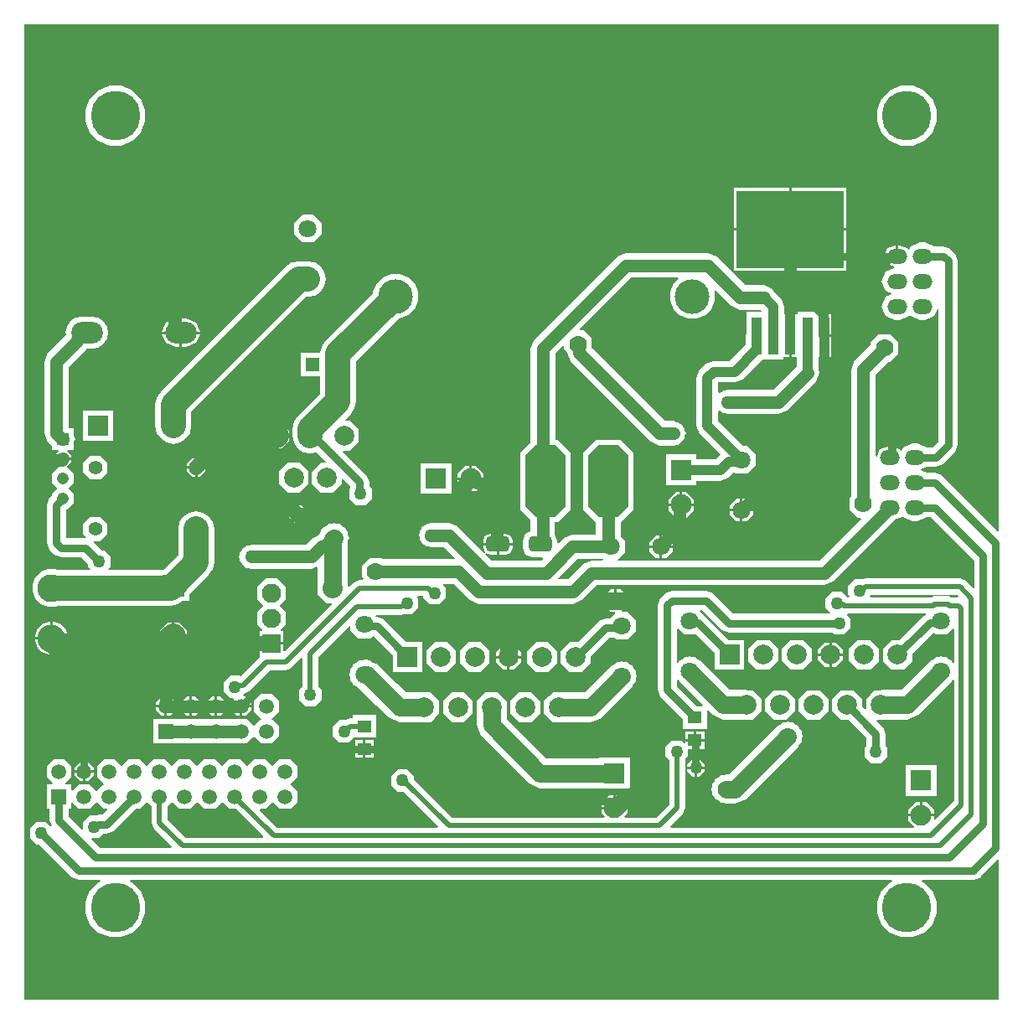
<source format=gtl>
G04*
G04 #@! TF.GenerationSoftware,Altium Limited,Altium Designer,21.3.2 (30)*
G04*
G04 Layer_Physical_Order=1*
G04 Layer_Color=255*
%FSTAX44Y44*%
%MOMM*%
G71*
G04*
G04 #@! TF.SameCoordinates,1521B721-1041-421A-BEC2-2198B3717C83*
G04*
G04*
G04 #@! TF.FilePolarity,Positive*
G04*
G01*
G75*
%ADD15C,0.7620*%
%ADD20R,1.3970X1.2700*%
G04:AMPARAMS|DCode=21|XSize=2.33mm|YSize=1.55mm|CornerRadius=0.3875mm|HoleSize=0mm|Usage=FLASHONLY|Rotation=180.000|XOffset=0mm|YOffset=0mm|HoleType=Round|Shape=RoundedRectangle|*
%AMROUNDEDRECTD21*
21,1,2.3300,0.7750,0,0,180.0*
21,1,1.5550,1.5500,0,0,180.0*
1,1,0.7750,-0.7775,0.3875*
1,1,0.7750,0.7775,0.3875*
1,1,0.7750,0.7775,-0.3875*
1,1,0.7750,-0.7775,-0.3875*
%
%ADD21ROUNDEDRECTD21*%
G04:AMPARAMS|DCode=22|XSize=7.3mm|YSize=4mm|CornerRadius=0mm|HoleSize=0mm|Usage=FLASHONLY|Rotation=270.000|XOffset=0mm|YOffset=0mm|HoleType=Round|Shape=Octagon|*
%AMOCTAGOND22*
4,1,8,-1.0000,-3.6500,1.0000,-3.6500,2.0000,-2.6500,2.0000,2.6500,1.0000,3.6500,-1.0000,3.6500,-2.0000,2.6500,-2.0000,-2.6500,-1.0000,-3.6500,0.0*
%
%ADD22OCTAGOND22*%

%ADD23R,0.9900X3.7900*%
%ADD55R,10.8400X7.8800*%
%ADD56C,0.5080*%
%ADD57C,1.2700*%
%ADD58C,1.0160*%
%ADD59C,2.5400*%
%ADD60C,1.5240*%
%ADD61C,1.7780*%
%ADD62C,3.5000*%
%ADD63C,1.4000*%
%ADD64R,2.2000X2.2000*%
%ADD65C,2.2000*%
%ADD66R,2.1000X2.1000*%
%ADD67C,2.1000*%
%ADD68C,2.7940*%
%ADD69O,3.2000X2.2000*%
%ADD70C,2.0000*%
%ADD71R,2.0000X2.0000*%
%ADD72C,1.8000*%
%ADD73O,2.0000X1.5000*%
%ADD74R,1.5000X1.5000*%
%ADD75C,1.5000*%
%ADD76R,2.1000X2.1000*%
%ADD77R,1.9400X1.9400*%
%ADD78C,1.9400*%
%ADD79R,2.0320X2.0320*%
%ADD80C,2.0320*%
%ADD81C,1.2080*%
%ADD82R,1.2080X1.2080*%
%ADD83C,1.3500*%
%ADD84R,1.3500X1.3500*%
%ADD85C,1.7780*%
%ADD86C,1.2700*%
%ADD87C,5.0000*%
G36*
X00998967Y00488071D02*
X00997794Y00487585D01*
X00941364Y00544014D01*
X0093456Y00546833D01*
X00926531D01*
X00926528Y00546838D01*
X00920646Y00549275D01*
Y00550545D01*
X00926528Y00552982D01*
X00926531Y00552988D01*
X0093583D01*
X00942634Y00555806D01*
X00954718Y0056789D01*
X00957536Y00574694D01*
Y00761346D01*
X00954718Y0076815D01*
X00950254Y00772614D01*
X0094345Y00775433D01*
X00934151D01*
X00934148Y00775438D01*
X0092452Y00779426D01*
X0091952D01*
X00909892Y00775438D01*
X0090858Y00772272D01*
X0090731D01*
X00906804Y00773494D01*
X0089912Y00776677D01*
X0089789D01*
Y0076581D01*
X0089662D01*
Y0076454D01*
X00883779D01*
X00886436Y00758126D01*
X00893567Y00755172D01*
Y00753797D01*
X00884492Y00750038D01*
X00880503Y0074041D01*
X00884492Y00730782D01*
X00890374Y00728345D01*
Y00727075D01*
X00884492Y00724638D01*
X00880503Y0071501D01*
X00884492Y00705382D01*
X0089412Y00701394D01*
X0089912D01*
X00908748Y00705382D01*
X00909892Y00705382D01*
X0091952Y00701394D01*
X0092452D01*
X00934148Y00705382D01*
X00937021Y00712318D01*
X00938291Y00712065D01*
Y00578679D01*
X00931844Y00572233D01*
X00926531D01*
X00926528Y00572238D01*
X009169Y00576227D01*
X009119D01*
X00902272Y00572238D01*
X0090096Y00569072D01*
X0089969D01*
X00899184Y00570294D01*
X008915Y00573477D01*
X0089027D01*
Y0056261D01*
X0088773D01*
Y00573477D01*
X008865D01*
X00878816Y00570294D01*
X00875972Y00563428D01*
X00874702Y00563681D01*
Y00646385D01*
X00887446Y0065913D01*
X00889707D01*
X0089789Y00667313D01*
Y00678887D01*
X00889707Y0068707D01*
X00878133D01*
X0086995Y00678887D01*
Y00676626D01*
X00853582Y00660258D01*
X00849958Y0065151D01*
Y00523005D01*
X0084836Y00521407D01*
Y00509833D01*
X00856543Y0050165D01*
X00859684D01*
X0086017Y00500477D01*
X00817835Y00458142D01*
X00614603D01*
X00614117Y00459315D01*
X0062114Y00466338D01*
Y00478002D01*
X00616892Y0048225D01*
Y0049663D01*
X0061706D01*
X006296Y0050917D01*
Y0056725D01*
X0061706Y0057979D01*
X0059198D01*
X0057944Y0056725D01*
Y0050917D01*
X0059198Y0049663D01*
X00592148D01*
Y00484542D01*
X00568251D01*
X00559502Y00480918D01*
X00554341Y00475757D01*
X00553168Y00476243D01*
Y00478585D01*
X00550732Y00484466D01*
Y0049663D01*
X0055356D01*
X005661Y0050917D01*
Y0056725D01*
X0055356Y0057979D01*
X00550852D01*
Y00667502D01*
X00558897Y00675547D01*
X0056007Y00675061D01*
Y00671123D01*
X0056264Y00668553D01*
Y00668318D01*
X00566264Y0065957D01*
X00647842Y00577992D01*
X00647842Y00577992D01*
X0065659Y00574368D01*
X0067056D01*
X00672834Y0057531D01*
X00675294D01*
X00677035Y0057705D01*
X00679308Y00577992D01*
X0068025Y00580265D01*
X0068199Y00582006D01*
Y00584466D01*
X00682932Y0058674D01*
X0068199Y00589014D01*
Y00591474D01*
X0068025Y00593215D01*
X00679308Y00595488D01*
X00677035Y0059643D01*
X00675294Y0059817D01*
X00672834D01*
X0067056Y00599112D01*
X00661714D01*
X0058801Y00672816D01*
Y00682697D01*
X00579827Y0069088D01*
X00575889D01*
X00575403Y00692053D01*
X00627348Y00743998D01*
X00674846D01*
X00675332Y00742825D01*
X00670468Y00737961D01*
X0066703Y00729661D01*
Y00720679D01*
X00670468Y0071238D01*
X0067682Y00706028D01*
X00685119Y0070259D01*
X00694101D01*
X00702401Y00706028D01*
X00708752Y0071238D01*
X0071219Y00720679D01*
Y00729661D01*
X00711723Y00730789D01*
X00712779Y00731495D01*
X00729122Y00715152D01*
X0073787Y00711528D01*
X0073787Y00711528D01*
X0075882D01*
X00759748Y007106D01*
X00759222Y0070933D01*
X0074464D01*
Y00687635D01*
X00743673Y006853D01*
Y00676115D01*
X00727525Y00659967D01*
X00710802D01*
X00703026Y00656746D01*
X00697074Y00650795D01*
X00693853Y00643018D01*
Y0059409D01*
X00697074Y00586314D01*
X0071792Y00565468D01*
X00713079Y00560627D01*
X0069376D01*
Y0056521D01*
X006626D01*
Y0053405D01*
X0069376D01*
Y00538633D01*
X00717634D01*
X0072541Y00541854D01*
X00730859Y00547303D01*
X00731725D01*
X00733308Y0054572D01*
X00744972D01*
X0075322Y00553968D01*
Y00565632D01*
X00744972Y0057388D01*
X00740612D01*
X00715847Y00598645D01*
Y00608657D01*
X00717117Y00609454D01*
X00718695Y006088D01*
X00720435Y0060706D01*
X00722896D01*
X0072517Y00606118D01*
X00776151D01*
X00784899Y00609742D01*
X00814418Y00639261D01*
X00818042Y00648009D01*
X00816667Y00651328D01*
Y0066381D01*
X008214D01*
Y006853D01*
Y0070679D01*
X008157D01*
Y0070933D01*
X0079564D01*
Y0070679D01*
X0078994D01*
Y006853D01*
Y0066381D01*
X00794673D01*
Y00654509D01*
X00771026Y00630862D01*
X0072517D01*
X00722896Y0062992D01*
X00720435D01*
X00718695Y0062818D01*
X00717117Y00627526D01*
X00715847Y00628323D01*
Y00637973D01*
X0073208D01*
X00739856Y00641194D01*
X00759932Y0066127D01*
X007817D01*
Y0066381D01*
X007874D01*
Y006853D01*
Y0070679D01*
X00782667D01*
Y0071423D01*
X00779446Y00722006D01*
X00772123Y0072933D01*
X00770748Y00732648D01*
X00762Y00736272D01*
X00742995D01*
X00714148Y00765118D01*
X007054Y00768742D01*
X00622223D01*
X00622223Y00768742D01*
X00613475Y00765118D01*
X00613475Y00765118D01*
X00529732Y00681375D01*
X00526108Y00672627D01*
Y00577418D01*
X0051594Y0056725D01*
Y0050917D01*
X00525988Y00499122D01*
Y00487476D01*
X00521071Y00485439D01*
X00518232Y00478585D01*
Y00470835D01*
X00521071Y00463981D01*
X00527925Y00461142D01*
X00538067D01*
X00538553Y00459969D01*
X00536726Y00458142D01*
X00486725D01*
X00480317Y0046455D01*
X00481037Y00465626D01*
X00485225Y00463891D01*
X0049173D01*
Y0047344D01*
X00478282D01*
Y00470835D01*
X00480016Y00466647D01*
X0047894Y00465927D01*
X00452249Y00492618D01*
X00443501Y00496242D01*
X0042545D01*
X00423176Y004953D01*
X00420715D01*
X00418975Y0049356D01*
X00416702Y00492618D01*
X0041576Y00490345D01*
X0041402Y00488605D01*
Y00486144D01*
X00413078Y0048387D01*
X0041402Y00481596D01*
Y00479136D01*
X0041576Y00477395D01*
X00416702Y00475122D01*
X00418975Y0047418D01*
X00420715Y0047244D01*
X00423176D01*
X0042545Y00471498D01*
X00438376D01*
X00449289Y00460585D01*
X00448803Y00459412D01*
X00376955D01*
X00375357Y0046101D01*
X00363783D01*
X003556Y00452827D01*
Y00441253D01*
X00356902Y00439951D01*
X00356416Y00438778D01*
X00353505D01*
X00347673Y00436362D01*
X00342803Y00431492D01*
X0034163Y00431978D01*
Y00436843D01*
X00341135Y00437337D01*
Y00475176D01*
X00341502Y00475543D01*
Y00478551D01*
X00342653Y0048133D01*
X00341502Y00484109D01*
Y00487117D01*
X00339375Y00489243D01*
X00338224Y00492022D01*
X00335446Y00493173D01*
X00333319Y004953D01*
X00330311D01*
X00327532Y00496451D01*
X00324753Y004953D01*
X00321746D01*
X00319619Y00493173D01*
X0031684Y00492022D01*
X00315322Y00490504D01*
X00314171Y00487725D01*
X00313562Y00487117D01*
Y00486256D01*
X00313545Y00486213D01*
X0031026Y00482929D01*
X00306103Y00481207D01*
X00306103Y00481207D01*
X00299278Y00474382D01*
X0024384D01*
X00241566Y0047344D01*
X00239105D01*
X00237365Y004717D01*
X00235092Y00470758D01*
X0023415Y00468485D01*
X0023241Y00466744D01*
Y00464284D01*
X00231468Y0046201D01*
X0023241Y00459736D01*
Y00457276D01*
X0023415Y00455535D01*
X00235092Y00453262D01*
X00237365Y0045232D01*
X00239105Y0045058D01*
X00241566D01*
X0024384Y00449638D01*
X00304402D01*
X00309837Y00451889D01*
X00310893Y00451184D01*
Y00431593D01*
X0031115Y00430973D01*
Y00424217D01*
X00320077Y0041529D01*
X00324942D01*
X00325428Y00414117D01*
X00277573Y00366262D01*
X002764Y00366748D01*
Y0037311D01*
X0026416D01*
X0025192D01*
Y0036214D01*
X0025216D01*
X00252686Y0036087D01*
X00232818Y00341002D01*
X00232064Y00341756D01*
X00222596D01*
X002159Y0033506D01*
Y00325592D01*
X00222596Y00318896D01*
X00225568D01*
X00226054Y00317723D01*
X0022364Y00315309D01*
Y0031242D01*
X0024372D01*
Y00315309D01*
X00237839Y0032119D01*
X00236018D01*
X00235532Y00322363D01*
X00237723Y00324555D01*
X00241096Y00325952D01*
X00262686Y00347542D01*
X00278765D01*
X00284597Y00349958D01*
X00294109Y00359469D01*
X00295282Y00358983D01*
Y00330497D01*
X002921Y00327314D01*
Y00317845D01*
X00298796Y0031115D01*
X00308265D01*
X0031496Y00317845D01*
Y00327314D01*
X00311778Y00330497D01*
Y00360974D01*
X00342887Y00392083D01*
X0034406Y00391597D01*
Y00387868D01*
X00352308Y0037962D01*
X00363972D01*
X00366443Y00382091D01*
X0036659D01*
X0038653Y00362152D01*
Y003456D01*
X0041669D01*
Y0037576D01*
X00400138D01*
X0037738Y00398518D01*
X00370576Y00401336D01*
X00370416D01*
X00369583Y00402169D01*
X00370069Y00403342D01*
X00395558D01*
X00396808Y0040386D01*
X00406054D01*
X0041275Y00410555D01*
Y00420024D01*
X00411666Y00421109D01*
X00412152Y00422282D01*
X0041783D01*
Y00420715D01*
X00424525Y0041402D01*
X00433994D01*
X0044069Y00420715D01*
Y00430185D01*
X00437379Y00433495D01*
X00437865Y00434668D01*
X00448265D01*
X00464962Y00417972D01*
X0047371Y00414348D01*
X00568907D01*
X00577655Y00417972D01*
X00593082Y00433398D01*
X0082296D01*
X00831708Y00437022D01*
X00879931Y00485244D01*
X00880021Y00485282D01*
X00893946Y00499207D01*
X00901128Y00502182D01*
X00902272Y00502182D01*
X009119Y00498194D01*
X009169D01*
X00926528Y00502182D01*
X00926531Y00502188D01*
X00930574D01*
X00974628Y00458134D01*
Y00430616D01*
X00973454Y0043013D01*
X00965952Y00437632D01*
X0096012Y00440048D01*
X00864392D01*
X00862876Y0043942D01*
X00853785D01*
X0084709Y00432724D01*
Y00423256D01*
X00848174Y00422171D01*
X00847688Y00420998D01*
X00846117D01*
X00840395Y0042672D01*
X00830926D01*
X0082423Y00420024D01*
Y00410555D01*
X0082902Y00405766D01*
X00828534Y00404593D01*
X00730426D01*
X00710384Y00424634D01*
X0070358Y00427453D01*
X00668674D01*
X0066187Y00424634D01*
X00657406Y0042017D01*
X00654587Y00413366D01*
Y0032739D01*
X00657406Y00320586D01*
X00680085Y00297907D01*
Y0028802D01*
X00704215D01*
Y00306251D01*
X00705388Y00306737D01*
X00710243Y00301883D01*
X00720935Y00297454D01*
X0073739D01*
X00737774Y0029707D01*
X00743921D01*
X0074402Y00297029D01*
X00744119Y0029707D01*
X00750266D01*
X00754613Y00301417D01*
X00754712Y00301458D01*
X00754753Y00301557D01*
X007591Y00305904D01*
Y00312051D01*
X00759141Y0031215D01*
X007591Y00312249D01*
Y00318396D01*
X00754753Y00322743D01*
X00754712Y00322842D01*
X00754287Y00323267D01*
X00754188Y00323308D01*
X00750266Y0032723D01*
X0074472D01*
X00743595Y00327696D01*
X00727199D01*
X00697762Y00357132D01*
X00695249Y00358173D01*
X00692902Y0036052D01*
X00689583D01*
X0068707Y00361561D01*
X00684557Y0036052D01*
X00681238D01*
X00678891Y00358173D01*
X00676378Y00357132D01*
X00675629Y00355324D01*
X00675102Y00355077D01*
X00673832Y00355884D01*
Y00388906D01*
X00675006Y00389392D01*
X00681238Y0038316D01*
X00692902D01*
X00693052Y0038331D01*
X0071194Y00364422D01*
Y0034787D01*
X007421D01*
Y0037803D01*
X00725548D01*
X0070152Y00402058D01*
X0070115Y00402211D01*
Y00403072D01*
X00697188Y00407034D01*
X00697674Y00408208D01*
X00699594D01*
X00719636Y00388166D01*
X0072644Y00385348D01*
X00831658D01*
X00833465Y0038354D01*
X00842934D01*
X0084963Y00390235D01*
Y00399705D01*
X00846006Y00403329D01*
X00846492Y00404502D01*
X00925102D01*
X00925355Y00403232D01*
X0092252Y00402058D01*
X00898492Y0037803D01*
X00890774D01*
X0088194Y00369196D01*
Y00356704D01*
X00890774Y0034787D01*
X00903266D01*
X009121Y00356704D01*
Y00364422D01*
X00933038Y0038536D01*
X00935238Y0038316D01*
X00946902D01*
X00953239Y00389497D01*
X00954412Y00389011D01*
Y0035569D01*
X00953142Y00354897D01*
X00952572Y00355176D01*
X00951762Y00357132D01*
X00949249Y00358173D01*
X00946902Y0036052D01*
X00943583D01*
X0094107Y00361561D01*
X00938557Y0036052D01*
X00935238D01*
X00932891Y00358173D01*
X00930378Y00357132D01*
X00900941Y00327696D01*
X00880445D01*
X0087932Y0032723D01*
X00873774D01*
X00869852Y00323308D01*
X00869753Y00323267D01*
X00869328Y00322842D01*
X00869287Y00322743D01*
X0086494Y00318396D01*
Y00312249D01*
X00864899Y0031215D01*
X0086494Y00312051D01*
Y00308498D01*
X00863767Y00308011D01*
X008611Y00310678D01*
Y00318396D01*
X00852266Y0032723D01*
X00839774D01*
X0083094Y00318396D01*
Y00305904D01*
X00839774Y0029707D01*
X00847492D01*
X00865407Y00279154D01*
Y00271184D01*
X008636Y00269376D01*
Y00259907D01*
X00870295Y00253212D01*
X00879764D01*
X0088646Y00259907D01*
Y00269376D01*
X00884652Y00271184D01*
Y0028314D01*
X00881834Y00289944D01*
X00875882Y00295897D01*
X00876368Y0029707D01*
X00879921D01*
X0088002Y00297029D01*
X00880119Y0029707D01*
X00886266D01*
X0088665Y00297454D01*
X00907205D01*
X00917897Y00301883D01*
X00951762Y00335748D01*
X00952572Y00337704D01*
X00953142Y00337983D01*
X00954412Y0033719D01*
Y00215506D01*
X0093506Y00196154D01*
X0093379Y0019668D01*
Y0019967D01*
X0092075D01*
X0090771D01*
Y00195539D01*
X00913828Y00189421D01*
X00913342Y00188248D01*
X00667661D01*
X00667175Y00189421D01*
X00680202Y00202448D01*
X00682618Y0020828D01*
Y00257821D01*
X00685038Y00260241D01*
Y002677D01*
X0069088D01*
Y0027532D01*
X00682625D01*
Y00273782D01*
X00681452Y00273296D01*
X00678342Y00276405D01*
X00668873D01*
X00662178Y0026971D01*
Y00260241D01*
X00666122Y00256296D01*
Y00211696D01*
X00652834Y00198408D01*
X00621099D01*
X00620612Y00199581D01*
X0062391Y00202879D01*
Y0020701D01*
X0061087D01*
X0059783D01*
Y00202879D01*
X00601128Y00199581D01*
X00600642Y00198408D01*
X00446986D01*
X00407952Y00237442D01*
Y00240587D01*
X00401256Y00247283D01*
X00391787D01*
X00385092Y00240587D01*
Y00231118D01*
X00391787Y00224423D01*
X00397643D01*
X00432645Y00189421D01*
X00432159Y00188248D01*
X00270456D01*
X00252747Y00205957D01*
X00253234Y0020713D01*
X00257941D01*
X00264582Y00213771D01*
X0026543Y00214409D01*
X00266278Y00213771D01*
X00272919Y0020713D01*
X00283341D01*
X0029071Y00214499D01*
Y00224921D01*
X00284069Y00231562D01*
X00283431Y0023241D01*
X00284069Y00233258D01*
X0029071Y00239899D01*
Y00250321D01*
X00283341Y0025769D01*
X00272919D01*
X00266278Y00251049D01*
X0026543Y00250411D01*
X00264582Y00251049D01*
X00257941Y0025769D01*
X00247519D01*
X00240878Y00251049D01*
X0024003Y00250411D01*
X00239182Y00251049D01*
X00232541Y0025769D01*
X00222119D01*
X00215478Y00251049D01*
X0021463Y00250411D01*
X00213782Y00251049D01*
X00207141Y0025769D01*
X00196719D01*
X00190078Y00251049D01*
X0018923Y00250411D01*
X00188382Y00251049D01*
X00181741Y0025769D01*
X00171319D01*
X00164678Y00251049D01*
X0016383Y00250411D01*
X00162982Y00251049D01*
X00156341Y0025769D01*
X00145919D01*
X00139278Y00251049D01*
X0013843Y00250411D01*
X00137582Y00251049D01*
X00130941Y0025769D01*
X00120519D01*
X00113878Y00251049D01*
X0011303Y00250411D01*
X00112182Y00251049D01*
X00105541Y0025769D01*
X00095119D01*
X0008775Y00250321D01*
Y00239899D01*
X00094391Y00233258D01*
X00095029Y0023241D01*
X00094391Y00231562D01*
X00088478Y00225649D01*
X0008763Y00225011D01*
X00086782Y00225649D01*
X00080141Y0023229D01*
X00069719D01*
X0006338Y00225951D01*
X0006211Y00226477D01*
Y0023229D01*
X00056297D01*
X00055771Y0023356D01*
X0006211Y00239899D01*
Y00250321D01*
X00054741Y0025769D01*
X00044319D01*
X0003695Y00250321D01*
Y00239899D01*
X00043289Y0023356D01*
X00042763Y0023229D01*
X0003695D01*
Y0020713D01*
X00039908D01*
Y0019558D01*
X00041956Y00190634D01*
X00040879Y00189915D01*
X00036484Y0019431D01*
X00027016D01*
X0002032Y00187614D01*
Y00178146D01*
X00027016Y0017145D01*
X00029572D01*
X00063046Y00137976D01*
X0006985Y00135157D01*
X00090974D01*
X00091222Y00133912D01*
X00089311Y00133121D01*
X00080849Y00124659D01*
X0007627Y00113603D01*
Y00101637D01*
X00080849Y00090581D01*
X00089311Y00082119D01*
X00100367Y0007754D01*
X00112333D01*
X00123389Y00082119D01*
X00131851Y00090581D01*
X0013643Y00101637D01*
Y00113603D01*
X00131851Y00124659D01*
X00123389Y00133121D01*
X00121479Y00133912D01*
X00121726Y00135157D01*
X00890974D01*
X00891221Y00133912D01*
X00889311Y00133121D01*
X00880849Y00124659D01*
X0087627Y00113603D01*
Y00101637D01*
X00880849Y00090581D01*
X00889311Y00082119D01*
X00900367Y0007754D01*
X00912333D01*
X00923389Y00082119D01*
X00931851Y00090581D01*
X0093643Y00101637D01*
Y00113603D01*
X00931851Y00124659D01*
X00923389Y00133121D01*
X00921479Y00133912D01*
X00921726Y00135157D01*
X0097409D01*
X00980894Y00137976D01*
X00981792Y00140144D01*
X00997794Y00156145D01*
X00998967Y00155659D01*
X00998967Y00014493D01*
X00014493D01*
X00014493Y01000237D01*
X00998967D01*
X00998967Y00488071D01*
D02*
G37*
G36*
X00599114Y00459412D02*
X00598474Y00458142D01*
X00587957D01*
X00579209Y00454518D01*
X00563783Y00439092D01*
X00554328D01*
X00553842Y00440265D01*
X00573375Y00459798D01*
X00598828D01*
X00599114Y00459412D01*
D02*
G37*
G36*
X00958085Y00422171D02*
X00957599Y00420998D01*
X00950634D01*
X00947954Y00422108D01*
X00934186D01*
X00931506Y00420998D01*
X00869352D01*
X00868866Y00422171D01*
X0086995Y00423256D01*
Y00423552D01*
X00956704D01*
X00958085Y00422171D01*
D02*
G37*
G36*
X00675629Y00337556D02*
X00676378Y00335748D01*
X00700072Y00312053D01*
X00699586Y0031088D01*
X00694328D01*
X00673832Y00331376D01*
Y00336996D01*
X00675102Y00337803D01*
X00675629Y00337556D01*
D02*
G37*
G36*
X00088478Y00213771D02*
X00095119Y0020713D01*
X00097882D01*
X00098369Y00205957D01*
X00093506Y00201094D01*
X00088707D01*
X00087658Y0020066D01*
X00080356D01*
X0007366Y00193965D01*
Y00186718D01*
X00072487Y00186231D01*
X00059152Y00199566D01*
Y0020713D01*
X0006211D01*
Y00212943D01*
X0006338Y00213469D01*
X00069719Y0020713D01*
X00080141D01*
X00086782Y00213771D01*
X0008763Y00214409D01*
X00088478Y00213771D01*
D02*
G37*
G36*
X00164678D02*
X00171319Y0020713D01*
X00181741D01*
X00188382Y00213771D01*
X0018923Y00214409D01*
X00190078Y00213771D01*
X00196719Y0020713D01*
X00207141D01*
X00213782Y00213771D01*
X0021463Y00214409D01*
X00215478Y00213771D01*
X00222119Y0020713D01*
X00228246D01*
X00256115Y00179261D01*
X00255629Y00178088D01*
X00177746D01*
X00159378Y00196456D01*
Y00210167D01*
X00162982Y00213771D01*
X0016383Y00214409D01*
X00164678Y00213771D01*
D02*
G37*
G36*
X00139278D02*
X00142882Y00210167D01*
Y0019304D01*
X00145298Y00187208D01*
X001633Y00169206D01*
X00162814Y00168032D01*
X00090686D01*
X00082092Y00176627D01*
X00082578Y001778D01*
X00089824D01*
X00093874Y00181849D01*
X00097492D01*
X00104296Y00184668D01*
X00126758Y0020713D01*
X00130941D01*
X00137582Y00213771D01*
X0013843Y00214409D01*
X00139278Y00213771D01*
D02*
G37*
%LPC*%
G36*
X00912333Y009377D02*
X00900367D01*
X00889311Y00933121D01*
X00880849Y00924659D01*
X0087627Y00913603D01*
Y00901637D01*
X00880849Y00890581D01*
X00889311Y00882119D01*
X00900367Y0087754D01*
X00912333D01*
X00923389Y00882119D01*
X00931851Y00890581D01*
X0093643Y00901637D01*
Y00913603D01*
X00931851Y00924659D01*
X00923389Y00933121D01*
X00912333Y009377D01*
D02*
G37*
G36*
X00112333D02*
X00100367D01*
X00089311Y00933121D01*
X00080849Y00924659D01*
X0007627Y00913603D01*
Y00901637D01*
X00080849Y00890581D01*
X00089311Y00882119D01*
X00100367Y0087754D01*
X00112333D01*
X00123389Y00882119D01*
X00131851Y00890581D01*
X0013643Y00901637D01*
Y00913603D01*
X00131851Y00924659D01*
X00123389Y00933121D01*
X00112333Y009377D01*
D02*
G37*
G36*
X0084541Y0083474D02*
X0078994D01*
Y0079407D01*
X0084541D01*
Y0083474D01*
D02*
G37*
G36*
X007874D02*
X0073193D01*
Y0079407D01*
X007874D01*
Y0083474D01*
D02*
G37*
G36*
X00306822Y0080783D02*
X00295158D01*
X0028691Y00799582D01*
Y00787918D01*
X00295158Y0077967D01*
X00306822D01*
X0031507Y00787918D01*
Y00799582D01*
X00306822Y0080783D01*
D02*
G37*
G36*
X0089535Y00776677D02*
X0089412D01*
X00886436Y00773494D01*
X00883779Y0076708D01*
X0089535D01*
Y00776677D01*
D02*
G37*
G36*
X0084541Y0079153D02*
X0078994D01*
Y0075086D01*
X0084541D01*
Y0079153D01*
D02*
G37*
G36*
X007874D02*
X0073193D01*
Y0075086D01*
X007874D01*
Y0079153D01*
D02*
G37*
G36*
X00177719Y00702996D02*
X00173989D01*
Y0068961D01*
X00191849D01*
X00188082Y00698703D01*
X00177719Y00702996D01*
D02*
G37*
G36*
X00171449D02*
X00167719D01*
X00157356Y00698703D01*
X0015359Y0068961D01*
X00171449D01*
Y00702996D01*
D02*
G37*
G36*
X0083016Y0070679D02*
X0082394D01*
Y0068657D01*
X0083016D01*
Y0070679D01*
D02*
G37*
G36*
X00191849Y0068707D02*
X00173989D01*
Y00673684D01*
X00177719D01*
X00188082Y00677977D01*
X00191849Y0068707D01*
D02*
G37*
G36*
X00171449D02*
X0015359D01*
X00157356Y00677977D01*
X00167719Y00673684D01*
X00171449D01*
Y0068707D01*
D02*
G37*
G36*
X0083016Y0068403D02*
X0082394D01*
Y0066381D01*
X0083016D01*
Y0068403D01*
D02*
G37*
G36*
X00259518Y0066561D02*
X0025694D01*
Y0065759D01*
X0026496D01*
Y00660168D01*
X00259518Y0066561D01*
D02*
G37*
G36*
X002544D02*
X00251822D01*
X0024638Y00660168D01*
Y0065759D01*
X002544D01*
Y0066561D01*
D02*
G37*
G36*
X0026496Y0065505D02*
X0025694D01*
Y0064703D01*
X00259518D01*
X0026496Y00652472D01*
Y0065505D01*
D02*
G37*
G36*
X002544D02*
X0024638D01*
Y00652472D01*
X00251822Y0064703D01*
X002544D01*
Y0065505D01*
D02*
G37*
G36*
X00274688Y0059674D02*
X00270764D01*
Y0058547D01*
X00282034D01*
Y00589394D01*
X00274688Y0059674D01*
D02*
G37*
G36*
X00268224D02*
X002643D01*
X00256954Y00589394D01*
Y0058547D01*
X00268224D01*
Y0059674D01*
D02*
G37*
G36*
X0010394Y0060933D02*
X0007346D01*
Y0057885D01*
X0010394D01*
Y0060933D01*
D02*
G37*
G36*
X0030099Y00760688D02*
X0029171D01*
X00284773Y00759308D01*
X00278891Y00755379D01*
X00152081Y00628569D01*
X00148152Y00622687D01*
X00146772Y0061575D01*
Y0059409D01*
X00148152Y00587153D01*
X00152081Y00581271D01*
X00157963Y00577342D01*
X001649Y00575962D01*
X00171837Y00577342D01*
X00177719Y00581271D01*
X00181648Y00587153D01*
X00183028Y0059409D01*
Y00608241D01*
X00299219Y00724432D01*
X0030099D01*
X00307927Y00725812D01*
X00313809Y00729741D01*
X00317738Y00735623D01*
X00319118Y0074256D01*
X00317738Y00749497D01*
X00313809Y00755379D01*
X00307927Y00759308D01*
X0030099Y00760688D01*
D02*
G37*
G36*
X00282034Y0058293D02*
X00270764D01*
Y0057166D01*
X00274688D01*
X00282034Y00579006D01*
Y0058293D01*
D02*
G37*
G36*
X00268224D02*
X00256954D01*
Y00579006D01*
X002643Y0057166D01*
X00268224D01*
Y0058293D01*
D02*
G37*
G36*
X00082718Y00704735D02*
X00072718D01*
X00066444Y00703487D01*
X00061125Y00699933D01*
X00057571Y00694614D01*
X00056323Y0068834D01*
X00056718Y00686354D01*
X00038242Y00667878D01*
X00034618Y0065913D01*
Y0058642D01*
X00038242Y00577672D01*
X0004222Y00573694D01*
Y005699D01*
X0004829D01*
X00048816Y0056863D01*
X0004476Y00564574D01*
Y0056229D01*
X0005334D01*
X0006192D01*
Y00564574D01*
X00057864Y0056863D01*
X0005839Y005699D01*
X0006446D01*
Y00577998D01*
X00065712Y0058102D01*
X0006446Y00584042D01*
Y0059214D01*
X00059362D01*
Y00654005D01*
X00076816Y0067146D01*
X00077017Y00671945D01*
X00082718D01*
X00088992Y00673193D01*
X00094311Y00676747D01*
X00097865Y00682066D01*
X00099113Y0068834D01*
X00097865Y00694614D01*
X00094311Y00699933D01*
X00088992Y00703487D01*
X00082718Y00704735D01*
D02*
G37*
G36*
X00192112Y0056172D02*
X0018943D01*
Y0055345D01*
X001977D01*
Y00556132D01*
X00192112Y0056172D01*
D02*
G37*
G36*
X0018689D02*
X00184208D01*
X0017862Y00556132D01*
Y0055345D01*
X0018689D01*
Y0056172D01*
D02*
G37*
G36*
X001977Y0055091D02*
X0018943D01*
Y0054264D01*
X00192112D01*
X001977Y00548228D01*
Y0055091D01*
D02*
G37*
G36*
X0018689D02*
X0017862D01*
Y00548228D01*
X00184208Y0054264D01*
X0018689D01*
Y0055091D01*
D02*
G37*
G36*
X00470931Y0055406D02*
X004668D01*
Y0054229D01*
X0047857D01*
Y00546421D01*
X00470931Y0055406D01*
D02*
G37*
G36*
X0046426D02*
X00460129D01*
X0045249Y00546421D01*
Y0054229D01*
X0046426D01*
Y0055406D01*
D02*
G37*
G36*
X00091164Y0056426D02*
X00081156D01*
X0007408Y00557184D01*
Y00547176D01*
X00081156Y005401D01*
X00091164D01*
X0009824Y00547176D01*
Y00557184D01*
X00091164Y0056426D01*
D02*
G37*
G36*
X0047857Y0053975D02*
X004668D01*
Y0052798D01*
X00470931D01*
X0047857Y00535619D01*
Y0053975D01*
D02*
G37*
G36*
X0046426D02*
X0045249D01*
Y00535619D01*
X00460129Y0052798D01*
X0046426D01*
Y0053975D01*
D02*
G37*
G36*
X00293012Y00556862D02*
X0028052D01*
X00271686Y00548028D01*
Y00535536D01*
X0028052Y00526702D01*
X00293012D01*
X00301846Y00535536D01*
Y00548028D01*
X00293012Y00556862D01*
D02*
G37*
G36*
X0044611Y005566D02*
X0041495D01*
Y0052544D01*
X0044611D01*
Y005566D01*
D02*
G37*
G36*
X00683581Y0052767D02*
X0067945D01*
Y005159D01*
X0069122D01*
Y00520031D01*
X00683581Y0052767D01*
D02*
G37*
G36*
X0067691D02*
X00672779D01*
X0066514Y00520031D01*
Y005159D01*
X0067691D01*
Y0052767D01*
D02*
G37*
G36*
X00394101Y0074775D02*
X00385119D01*
X00376819Y00744312D01*
X00370468Y00737961D01*
X0036703Y00729661D01*
Y00728227D01*
X00318651Y00679849D01*
X00314722Y00673967D01*
X00313564Y0066815D01*
X0029384D01*
Y0064449D01*
X00313342D01*
Y00626696D01*
X00290711Y00604066D01*
X00286782Y00598184D01*
X00285402Y00591247D01*
Y005842D01*
X00286782Y00577263D01*
X00290711Y00571381D01*
X00296593Y00567452D01*
X0030353Y00566072D01*
X00309683Y00567295D01*
X00318943Y00558035D01*
X00318457Y00556862D01*
X00314048D01*
X00305214Y00548028D01*
Y00535536D01*
X00314048Y00526702D01*
X0032654D01*
X00335374Y00535536D01*
Y00539945D01*
X00336547Y00540431D01*
X00343736Y00533243D01*
Y0053135D01*
X003429Y00530514D01*
Y00521045D01*
X00349595Y0051435D01*
X00359064D01*
X0036576Y00521045D01*
Y00530514D01*
X0036298Y00533294D01*
Y00537229D01*
X00360162Y00544033D01*
X00336248Y00567947D01*
X00336734Y0056912D01*
X00343812D01*
X00352646Y00577954D01*
Y00590446D01*
X00343812Y0059928D01*
X0033886D01*
X00338374Y00600453D01*
X00344289Y00606368D01*
X00348218Y00612249D01*
X00349598Y00619187D01*
Y00659521D01*
X00392667Y0070259D01*
X00394101D01*
X00402401Y00706028D01*
X00408752Y0071238D01*
X0041219Y00720679D01*
Y00729661D01*
X00408752Y00737961D01*
X00402401Y00744312D01*
X00394101Y0074775D01*
D02*
G37*
G36*
X0074392Y0052054D02*
X0074041D01*
Y0051027D01*
X0075068D01*
Y0051378D01*
X0074392Y0052054D01*
D02*
G37*
G36*
X0073787D02*
X0073436D01*
X007276Y0051378D01*
Y0051027D01*
X0073787D01*
Y0052054D01*
D02*
G37*
G36*
X00294512Y0051435D02*
X002921D01*
Y0050673D01*
X0029972D01*
Y00509142D01*
X00294512Y0051435D01*
D02*
G37*
G36*
X0028956D02*
X00287148D01*
X0028194Y00509142D01*
Y0050673D01*
X0028956D01*
Y0051435D01*
D02*
G37*
G36*
X0069122Y0051336D02*
X0067945D01*
Y0050159D01*
X00683581D01*
X0069122Y00509229D01*
Y0051336D01*
D02*
G37*
G36*
X0067691D02*
X0066514D01*
Y00509229D01*
X00672779Y0050159D01*
X0067691D01*
Y0051336D01*
D02*
G37*
G36*
X0075068Y0050773D02*
X0074041D01*
Y0049746D01*
X0074392D01*
X0075068Y0050422D01*
Y0050773D01*
D02*
G37*
G36*
X0073787D02*
X007276D01*
Y0050422D01*
X0073436Y0049746D01*
X0073787D01*
Y0050773D01*
D02*
G37*
G36*
X0029972Y0050419D02*
X002921D01*
Y0049657D01*
X00294512D01*
X0029972Y00501778D01*
Y0050419D01*
D02*
G37*
G36*
X0028956D02*
X0028194D01*
Y00501778D01*
X00287148Y0049657D01*
X0028956D01*
Y0050419D01*
D02*
G37*
G36*
X00500775Y00485528D02*
X0049427D01*
Y0047598D01*
X00507719D01*
Y00478585D01*
X00505685Y00483495D01*
X00500775Y00485528D01*
D02*
G37*
G36*
X0049173D02*
X00485225D01*
X00480315Y00483495D01*
X00478282Y00478585D01*
Y0047598D01*
X0049173D01*
Y00485528D01*
D02*
G37*
G36*
X0066264Y0048371D02*
X0065913D01*
Y0047344D01*
X006694D01*
Y0047695D01*
X0066264Y0048371D01*
D02*
G37*
G36*
X0065659D02*
X0065308D01*
X0064632Y0047695D01*
Y0047344D01*
X0065659D01*
Y0048371D01*
D02*
G37*
G36*
X00507719Y0047344D02*
X0049427D01*
Y00463891D01*
X00500775D01*
X00505685Y00465925D01*
X00507719Y00470835D01*
Y0047344D01*
D02*
G37*
G36*
X006694Y004709D02*
X0065913D01*
Y0046063D01*
X0066264D01*
X006694Y0046739D01*
Y004709D01*
D02*
G37*
G36*
X0065659D02*
X0064632D01*
Y0046739D01*
X0065308Y0046063D01*
X0065659D01*
Y004709D01*
D02*
G37*
G36*
X0006192Y0055975D02*
X0005334D01*
X0004476D01*
Y00557466D01*
X00048816Y0055341D01*
X00048734Y0055214D01*
X00048512Y00551918D01*
X0004222Y00545626D01*
Y00536414D01*
X00047614Y0053102D01*
X0004222Y00525626D01*
Y00523164D01*
X00040186Y0052113D01*
X00037367Y00514326D01*
Y00475634D01*
X00040186Y0046883D01*
X0004465Y00464366D01*
X00051454Y00461548D01*
X00072214D01*
X0007874Y00455022D01*
Y00452466D01*
X00081374Y00449832D01*
X00080888Y00448658D01*
X00047924D01*
X00045699Y0044958D01*
X00038121D01*
X00031119Y0044668D01*
X0002576Y00441321D01*
X0002286Y00434319D01*
Y00426741D01*
X0002576Y00419739D01*
X00031119Y0041438D01*
X00038121Y0041148D01*
X00045699D01*
X00047924Y00412402D01*
X0016256D01*
X00169497Y00413782D01*
X00174299Y0041699D01*
X0018118D01*
Y00423513D01*
X00200979Y00443311D01*
X00204908Y00449193D01*
X00206288Y0045613D01*
Y0048995D01*
X00204908Y00496887D01*
X00200979Y00502769D01*
X00195097Y00506698D01*
X0018816Y00508078D01*
X00181223Y00506698D01*
X00175341Y00502769D01*
X00171412Y00496887D01*
X00170032Y0048995D01*
Y00463639D01*
X00155543Y0044915D01*
X0014902D01*
Y00448658D01*
X00099452D01*
X00098966Y00449832D01*
X001016Y00452466D01*
Y00461935D01*
X00094904Y0046863D01*
X00092348D01*
X00084282Y00476697D01*
X00084768Y0047787D01*
X00091164D01*
X0009824Y00484946D01*
Y00494954D01*
X00091164Y0050203D01*
X00081156D01*
X0007408Y00494954D01*
Y00484946D01*
X0007737Y00481656D01*
X00076665Y004806D01*
X000762Y00480793D01*
X00056613D01*
Y005099D01*
X00057946D01*
X0006446Y00516414D01*
Y00525626D01*
X00059066Y0053102D01*
X0006446Y00536414D01*
Y00545626D01*
X00058168Y00551918D01*
X00057946Y0055214D01*
X00057864Y0055341D01*
X0006192Y00557466D01*
Y0055975D01*
D02*
G37*
G36*
X00616875Y0042926D02*
X0061341D01*
Y004191D01*
X0062357D01*
Y00422565D01*
X00616875Y0042926D01*
D02*
G37*
G36*
X0061087D02*
X00607406D01*
X0060071Y00422565D01*
Y004191D01*
X0061087D01*
Y0042926D01*
D02*
G37*
G36*
X00170708Y0039581D02*
X0016637D01*
Y0038354D01*
X0017864D01*
Y00387878D01*
X00170708Y0039581D01*
D02*
G37*
G36*
X0016383D02*
X00159492D01*
X0015156Y00387878D01*
Y0038354D01*
X0016383D01*
Y0039581D01*
D02*
G37*
G36*
X00045194Y0039624D02*
X0004318D01*
Y00381D01*
X0005842D01*
Y00383014D01*
X00055907Y00389082D01*
X00051262Y00393727D01*
X00045194Y0039624D01*
D02*
G37*
G36*
X0004064D02*
X00038626D01*
X00032558Y00393727D01*
X00027913Y00389082D01*
X000254Y00383014D01*
Y00381D01*
X0004064D01*
Y0039624D01*
D02*
G37*
G36*
X0062357Y0041656D02*
X0060071D01*
Y00413096D01*
X00607406Y004064D01*
X00611022D01*
X00611548Y0040513D01*
X00606214Y00399796D01*
X00601954D01*
X0059515Y00396978D01*
X00573932Y0037576D01*
X00565364D01*
X0055653Y00366926D01*
Y00354434D01*
X00565364Y003456D01*
X00577856D01*
X0058669Y00354434D01*
Y00361302D01*
X0060594Y00380551D01*
X00610187D01*
X00612658Y0037808D01*
X00624322D01*
X0063257Y00386328D01*
Y00397992D01*
X00624322Y0040624D01*
X00618511D01*
X00617984Y0040751D01*
X0062357Y00413096D01*
Y0041656D01*
D02*
G37*
G36*
X00270282Y0043996D02*
X00258038D01*
X0024938Y00431302D01*
Y00419058D01*
X00255958Y0041248D01*
X0024938Y00405902D01*
Y00393658D01*
X00255245Y00387793D01*
X00254758Y0038662D01*
X0025192D01*
Y0037565D01*
X0026416D01*
X002764D01*
Y0038662D01*
X00273561D01*
X00273075Y00387793D01*
X0027894Y00393658D01*
Y00405902D01*
X00272362Y0041248D01*
X0027894Y00419058D01*
Y00431302D01*
X00270282Y0043996D01*
D02*
G37*
G36*
X0017864Y00381D02*
X0016637D01*
Y0036873D01*
X00170708D01*
X0017864Y00376662D01*
Y00381D01*
D02*
G37*
G36*
X0016383D02*
X0015156D01*
Y00376662D01*
X00159492Y0036873D01*
X0016383D01*
Y00381D01*
D02*
G37*
G36*
X00834214Y0037549D02*
X0083029D01*
Y0036422D01*
X0084156D01*
Y00368144D01*
X00834214Y0037549D01*
D02*
G37*
G36*
X0082775D02*
X00823826D01*
X0081648Y00368144D01*
Y0036422D01*
X0082775D01*
Y0037549D01*
D02*
G37*
G36*
X0005842Y0037846D02*
X0004318D01*
Y0036322D01*
X00045194D01*
X00051262Y00365733D01*
X00055907Y00370378D01*
X0005842Y00376446D01*
Y0037846D01*
D02*
G37*
G36*
X0004064D02*
X000254D01*
Y00376446D01*
X00027913Y00370378D01*
X00032558Y00365733D01*
X00038626Y0036322D01*
X0004064D01*
Y0037846D01*
D02*
G37*
G36*
X00508804Y0037322D02*
X0050488D01*
Y0036195D01*
X0051615D01*
Y00365874D01*
X00508804Y0037322D01*
D02*
G37*
G36*
X0050234D02*
X00498416D01*
X0049107Y00365874D01*
Y0036195D01*
X0050234D01*
Y0037322D01*
D02*
G37*
G36*
X0084156Y0036168D02*
X0083029D01*
Y0035041D01*
X00834214D01*
X0084156Y00357756D01*
Y0036168D01*
D02*
G37*
G36*
X0082775D02*
X0081648D01*
Y00357756D01*
X00823826Y0035041D01*
X0082775D01*
Y0036168D01*
D02*
G37*
G36*
X0051615Y0035941D02*
X0050488D01*
Y0034814D01*
X00508804D01*
X0051615Y00355486D01*
Y0035941D01*
D02*
G37*
G36*
X0050234D02*
X0049107D01*
Y00355486D01*
X00498416Y0034814D01*
X0050234D01*
Y0035941D01*
D02*
G37*
G36*
X00869266Y0037803D02*
X00856774D01*
X0084794Y00369196D01*
Y00356704D01*
X00856774Y0034787D01*
X00869266D01*
X008781Y00356704D01*
Y00369196D01*
X00869266Y0037803D01*
D02*
G37*
G36*
X00801266D02*
X00788774D01*
X0077994Y00369196D01*
Y00356704D01*
X00788774Y0034787D01*
X00801266D01*
X008101Y00356704D01*
Y00369196D01*
X00801266Y0037803D01*
D02*
G37*
G36*
X00767266D02*
X00754774D01*
X0074594Y00369196D01*
Y00356704D01*
X00754774Y0034787D01*
X00767266D01*
X007761Y00356704D01*
Y00369196D01*
X00767266Y0037803D01*
D02*
G37*
G36*
X00543856Y0037576D02*
X00531364D01*
X0052253Y00366926D01*
Y00354434D01*
X00531364Y003456D01*
X00543856D01*
X0055269Y00354434D01*
Y00366926D01*
X00543856Y0037576D01*
D02*
G37*
G36*
X00475856D02*
X00463364D01*
X0045453Y00366926D01*
Y00354434D01*
X00463364Y003456D01*
X00475856D01*
X0048469Y00354434D01*
Y00366926D01*
X00475856Y0037576D01*
D02*
G37*
G36*
X00441856D02*
X00429364D01*
X0042053Y00366926D01*
Y00354434D01*
X00429364Y003456D01*
X00441856D01*
X0045069Y00354434D01*
Y00366926D01*
X00441856Y0037576D01*
D02*
G37*
G36*
X00212439Y0032119D02*
X0020955D01*
Y0031242D01*
X0021832D01*
Y00315309D01*
X00212439Y0032119D01*
D02*
G37*
G36*
X0020701D02*
X00204121D01*
X0019824Y00315309D01*
Y0031242D01*
X0020701D01*
Y0032119D01*
D02*
G37*
G36*
X00187039D02*
X0018415D01*
Y0031242D01*
X0019292D01*
Y00315309D01*
X00187039Y0032119D01*
D02*
G37*
G36*
X0018161D02*
X00178721D01*
X0017284Y00315309D01*
Y0031242D01*
X0018161D01*
Y0032119D01*
D02*
G37*
G36*
X00161639D02*
X0015875D01*
Y0031242D01*
X0016752D01*
Y00315309D01*
X00161639Y0032119D01*
D02*
G37*
G36*
X0015621D02*
X00153321D01*
X0014744Y00315309D01*
Y0031242D01*
X0015621D01*
Y0032119D01*
D02*
G37*
G36*
X0024372Y0030988D02*
X0023495D01*
Y0030111D01*
X00237839D01*
X0024372Y00306991D01*
Y0030988D01*
D02*
G37*
G36*
X0023241D02*
X0022364D01*
Y00306991D01*
X00229521Y0030111D01*
X0023241D01*
Y0030988D01*
D02*
G37*
G36*
X0021832D02*
X0020955D01*
Y0030111D01*
X00212439D01*
X0021832Y00306991D01*
Y0030988D01*
D02*
G37*
G36*
X0020701D02*
X0019824D01*
Y00306991D01*
X00204121Y0030111D01*
X0020701D01*
Y0030988D01*
D02*
G37*
G36*
X0019292D02*
X0018415D01*
Y0030111D01*
X00187039D01*
X0019292Y00306991D01*
Y0030988D01*
D02*
G37*
G36*
X0018161D02*
X0017284D01*
Y00306991D01*
X00178721Y0030111D01*
X0018161D01*
Y0030988D01*
D02*
G37*
G36*
X0016752D02*
X0015875D01*
Y0030111D01*
X00161639D01*
X0016752Y00306991D01*
Y0030988D01*
D02*
G37*
G36*
X0015621D02*
X0014744D01*
Y00306991D01*
X00153321Y0030111D01*
X0015621D01*
Y0030988D01*
D02*
G37*
G36*
X00818266Y0032723D02*
X00805774D01*
X0079694Y00318396D01*
Y00305904D01*
X00805774Y0029707D01*
X00818266D01*
X008271Y00305904D01*
Y00318396D01*
X00818266Y0032723D01*
D02*
G37*
G36*
X00784266D02*
X00771774D01*
X0076294Y00318396D01*
Y00305904D01*
X00771774Y0029707D01*
X00784266D01*
X007931Y00305904D01*
Y00318396D01*
X00784266Y0032723D01*
D02*
G37*
G36*
X00526856Y0032496D02*
X00514364D01*
X0050553Y00316126D01*
Y00303634D01*
X00514364Y002948D01*
X00526856D01*
X0053569Y00303634D01*
Y00316126D01*
X00526856Y0032496D01*
D02*
G37*
G36*
X00458856D02*
X00446364D01*
X0043753Y00316126D01*
Y00303634D01*
X00446364Y002948D01*
X00458856D01*
X0046769Y00303634D01*
Y00316126D01*
X00458856Y0032496D01*
D02*
G37*
G36*
X0061849Y00356481D02*
X00615977Y0035544D01*
X00612658D01*
X00610311Y00353093D01*
X00607798Y00352052D01*
X00607798Y00352052D01*
X00580747Y00325001D01*
X0055461D01*
X00554511Y0032496D01*
X00548364D01*
X00544017Y00320613D01*
X00543918Y00320572D01*
X00543877Y00320473D01*
X0053953Y00316126D01*
Y00309979D01*
X00539489Y0030988D01*
X0053953Y00309781D01*
Y00303634D01*
X00543877Y00299287D01*
X00543918Y00299188D01*
X00544017Y00299147D01*
X00548364Y002948D01*
X00554511D01*
X0055461Y00294759D01*
X0058701D01*
X00597702Y00299188D01*
X00629182Y00330668D01*
X00630223Y00333181D01*
X0063257Y00335528D01*
Y00338847D01*
X00633611Y0034136D01*
X0063257Y00343873D01*
Y00347192D01*
X00630223Y00349539D01*
X00629182Y00352052D01*
X00626669Y00353093D01*
X00624322Y0035544D01*
X00621003D01*
X0061849Y00356481D01*
D02*
G37*
G36*
X0035814Y00358021D02*
X00355627Y0035698D01*
X00352308D01*
X00349961Y00354633D01*
X00347448Y00353592D01*
X00346407Y00351079D01*
X0034406Y00348732D01*
Y00345413D01*
X00343019Y003429D01*
X0034406Y00340387D01*
Y00337068D01*
X00346407Y00334721D01*
X00347448Y00332208D01*
X00347718Y00331938D01*
X00350231Y00330897D01*
X00352308Y0032882D01*
X00353165D01*
X00370097Y00311888D01*
X00370579Y00311688D01*
X00382925Y00299343D01*
X00393617Y00294914D01*
X0041225D01*
X00412364Y002948D01*
X00418511D01*
X0041861Y00294759D01*
X00418709Y002948D01*
X00424856D01*
X00429203Y00299147D01*
X00429302Y00299188D01*
X00429343Y00299287D01*
X0043369Y00303634D01*
Y00309781D01*
X00433731Y0030988D01*
X0043369Y00309979D01*
Y00316126D01*
X00429343Y00320473D01*
X00429302Y00320572D01*
X00429147Y00320727D01*
X00429048Y00320768D01*
X00424856Y0032496D01*
X00418928D01*
X00418455Y00325156D01*
X0039988D01*
X00391764Y00333272D01*
X00391282Y00333472D01*
X00371432Y00353322D01*
X00364942Y00356011D01*
X00363972Y0035698D01*
X00362601D01*
X0036074Y00357751D01*
X00358792D01*
X0035814Y00358021D01*
D02*
G37*
G36*
X00264291Y0032373D02*
X00253869D01*
X002465Y00316361D01*
Y00305939D01*
X00253141Y00299298D01*
X00253779Y0029845D01*
X00253141Y00297602D01*
X00247228Y00291689D01*
X0024638Y00291051D01*
X00245532Y00291689D01*
X00238891Y0029833D01*
X00228469D01*
X00228261Y00298122D01*
X00213699D01*
X00213491Y0029833D01*
X00203069D01*
X00202861Y00298122D01*
X00188299D01*
X00188091Y0029833D01*
X00177669D01*
X00177461Y00298122D01*
X0017006D01*
Y0029833D01*
X001449D01*
Y0027317D01*
X0017006D01*
Y00273378D01*
X00177461D01*
X00177669Y0027317D01*
X00188091D01*
X00188299Y00273378D01*
X00202861D01*
X00203069Y0027317D01*
X00213491D01*
X00213699Y00273378D01*
X00228261D01*
X00228469Y0027317D01*
X00238891D01*
X00245532Y00279811D01*
X0024638Y00280449D01*
X00247228Y00279811D01*
X00253869Y0027317D01*
X00264291D01*
X0027166Y00280539D01*
Y00290961D01*
X00265019Y00297602D01*
X00264381Y0029845D01*
X00265019Y00299298D01*
X0027166Y00305939D01*
Y00316361D01*
X00264291Y0032373D01*
D02*
G37*
G36*
X00701675Y0028548D02*
X0069342D01*
Y0027786D01*
X00701675D01*
Y0028548D01*
D02*
G37*
G36*
X0069088D02*
X00682625D01*
Y0027786D01*
X0069088D01*
Y0028548D01*
D02*
G37*
G36*
X00370205Y0030226D02*
X00346075D01*
Y00299078D01*
X00343944D01*
X00338464Y00296808D01*
X00332714D01*
X00326018Y00290112D01*
Y00280644D01*
X00332714Y00273948D01*
X00342183D01*
X00347635Y002794D01*
X00370205D01*
Y0030226D01*
D02*
G37*
G36*
X00367665Y0027686D02*
X0035941D01*
Y0026924D01*
X00367665D01*
Y0027686D01*
D02*
G37*
G36*
X0035687D02*
X00348615D01*
Y0026924D01*
X0035687D01*
Y0027686D01*
D02*
G37*
G36*
X00701675Y0027532D02*
X0069342D01*
Y002677D01*
X00701675D01*
Y0027532D01*
D02*
G37*
G36*
X00367665Y002667D02*
X0035941D01*
Y0025908D01*
X00367665D01*
Y002667D01*
D02*
G37*
G36*
X0035687D02*
X00348615D01*
Y0025908D01*
X0035687D01*
Y002667D01*
D02*
G37*
G36*
X00697102Y0025781D02*
X0069469D01*
Y0025019D01*
X0070231D01*
Y00252602D01*
X00697102Y0025781D01*
D02*
G37*
G36*
X0069215D02*
X00689738D01*
X0068453Y00252602D01*
Y0025019D01*
X0069215D01*
Y0025781D01*
D02*
G37*
G36*
X00079089Y0025515D02*
X000762D01*
Y0024638D01*
X0008497D01*
Y00249269D01*
X00079089Y0025515D01*
D02*
G37*
G36*
X0007366D02*
X00070771D01*
X0006489Y00249269D01*
Y0024638D01*
X0007366D01*
Y0025515D01*
D02*
G37*
G36*
X0070231Y0024765D02*
X0069469D01*
Y0024003D01*
X00697102D01*
X0070231Y00245238D01*
Y0024765D01*
D02*
G37*
G36*
X0069215D02*
X0068453D01*
Y00245238D01*
X00689738Y0024003D01*
X0069215D01*
Y0024765D01*
D02*
G37*
G36*
X0008497Y0024384D02*
X000762D01*
Y0023507D01*
X00079089D01*
X0008497Y00240951D01*
Y0024384D01*
D02*
G37*
G36*
X0007366D02*
X0006489D01*
Y00240951D01*
X00070771Y0023507D01*
X0007366D01*
Y0024384D01*
D02*
G37*
G36*
X0048661Y00325001D02*
X00486511Y0032496D01*
X00480364D01*
X00476017Y00320613D01*
X00475918Y00320572D01*
X00475877Y00320473D01*
X0047153Y00316126D01*
Y00309979D01*
X00471489Y0030988D01*
Y002919D01*
X00475918Y00281208D01*
X00524538Y00232588D01*
X0053523Y00228159D01*
X0059529D01*
Y002277D01*
X0062645D01*
Y0025886D01*
X0059529D01*
Y00258401D01*
X00541493D01*
X00501731Y00298163D01*
Y0030988D01*
X0050169Y00309979D01*
Y00316126D01*
X00497343Y00320473D01*
X00497302Y00320572D01*
X00497203Y00320613D01*
X00492856Y0032496D01*
X00486709D01*
X0048661Y00325001D01*
D02*
G37*
G36*
X0093633Y0025152D02*
X0090517D01*
Y0022036D01*
X0093633D01*
Y0025152D01*
D02*
G37*
G36*
X0078613Y00295791D02*
X00783351Y0029464D01*
X00780343D01*
X00778217Y00292513D01*
X00775438Y00291362D01*
X00726527Y00242451D01*
X007239D01*
X00721121Y002413D01*
X00718113D01*
X00715987Y00239173D01*
X00713208Y00238022D01*
X00712057Y00235243D01*
X0070993Y00233117D01*
Y00230109D01*
X00708779Y0022733D01*
X0070993Y00224551D01*
Y00221543D01*
X00712057Y00219417D01*
X00713208Y00216638D01*
X00715987Y00215487D01*
X00718113Y0021336D01*
X00721121D01*
X007239Y00212209D01*
X0073279D01*
X00743482Y00216638D01*
X00796822Y00269978D01*
X00797973Y00272757D01*
X008001Y00274883D01*
Y00277891D01*
X00801251Y0028067D01*
X008001Y00283449D01*
Y00286457D01*
X00797973Y00288583D01*
X00796822Y00291362D01*
X00794043Y00292513D01*
X00791917Y0029464D01*
X00788909D01*
X0078613Y00295791D01*
D02*
G37*
G36*
X00616271Y0022132D02*
X0061214D01*
Y0020955D01*
X0062391D01*
Y00213681D01*
X00616271Y0022132D01*
D02*
G37*
G36*
X006096D02*
X00605469D01*
X0059783Y00213681D01*
Y0020955D01*
X006096D01*
Y0022132D01*
D02*
G37*
G36*
X00926151Y0021398D02*
X0092202D01*
Y0020221D01*
X0093379D01*
Y00206341D01*
X00926151Y0021398D01*
D02*
G37*
G36*
X0091948D02*
X00915349D01*
X0090771Y00206341D01*
Y0020221D01*
X0091948D01*
Y0021398D01*
D02*
G37*
%LPD*%
D15*
X0093456Y0053721D02*
X0099568Y0047609D01*
X0097282Y0014478D02*
X0099568Y0016764D01*
X0098298Y00192424D02*
Y0046339D01*
X0099568Y0016764D02*
Y0047609D01*
X009144Y0051181D02*
X0093456D01*
X000867Y0015841D02*
X00948966D01*
X0093456Y0051181D02*
X0098298Y0046339D01*
X00948966Y0015841D02*
X0098298Y00192424D01*
X0023368Y0031115D02*
X0025273Y003302D01*
X00269277D01*
X00331507Y0026797D01*
X0035814D02*
X0038608D01*
X0043886Y0021519D02*
X0060579D01*
X0038608Y0026797D02*
X0043886Y0021519D01*
X0005334Y00520676D02*
Y0052102D01*
X0004699Y00475634D02*
Y00514326D01*
X0005334Y00520676D01*
X0078867Y0078613D02*
X0080899Y0076581D01*
X0078867Y007928D02*
X0079391Y0078756D01*
X0091313Y0053721D02*
X0093456D01*
X0004953Y0019558D02*
X000867Y0015841D01*
X0006985Y0014478D02*
X0097409D01*
X0003175Y0018288D02*
X0006985Y0014478D01*
X00331507Y0026797D02*
X0035814D01*
X0004699Y00475634D02*
X00051454Y0047117D01*
X000762D01*
X0009017Y004572D01*
X0087249Y00711665D02*
X00888195Y0069596D01*
X0087249Y0074787D02*
X0089043Y0076581D01*
X0087249Y00711665D02*
Y0074787D01*
X00888195Y0069596D02*
X0091313D01*
X0092329Y006858D01*
X00889Y0056261D02*
X00891571Y00565181D01*
Y00574071D01*
X0092329Y0060579D02*
Y006858D01*
X00891571Y00574071D02*
X0092329Y0060579D01*
X0035814Y003937D02*
X00360126Y00391714D01*
X00370576D01*
X0040161Y0036068D01*
X00353358Y00526752D02*
Y00537229D01*
X00306387Y005842D02*
X00353358Y00537229D01*
X0030353Y005842D02*
X00306387D01*
X00353358Y00526752D02*
X0035433Y0052578D01*
X00692785Y00249555D02*
Y00275955D01*
Y00249555D02*
X0069342Y0024892D01*
X0008509Y0018923D02*
X00086465D01*
X00088707Y00191472D01*
X00097492D01*
X0012573Y0021971D01*
X0066421Y0032739D02*
Y00413366D01*
X00668674Y0041783D01*
X0070358D02*
X0072644Y0039497D01*
X00668674Y0041783D02*
X0070358D01*
X0072644Y0039497D02*
X008382D01*
X0066421Y0032739D02*
X00688975Y00302625D01*
X0057161Y0036068D02*
X0057246D01*
X00616504Y00390174D02*
X0061849Y0039216D01*
X00601954Y00390174D02*
X00616504D01*
X0057246Y0036068D02*
X00601954Y00390174D01*
X0004953Y0019558D02*
Y0021971D01*
X0089702Y0036295D02*
X00929324Y00395254D01*
X00939084D01*
X009144Y0056261D02*
X0093583D01*
X00947914Y00574694D02*
Y00761346D01*
X0093583Y0056261D02*
X00947914Y00574694D01*
X0092202Y0076581D02*
X0094345D01*
X00947914Y00761346D01*
X0078867Y0078613D02*
Y007928D01*
X0089043Y0076581D02*
X0089662D01*
X0080899D02*
X0089043D01*
X0007493Y0024511D02*
Y0034671D01*
X0004191Y0037973D02*
X0007493Y0034671D01*
X00694716Y00395254D02*
X0072702Y0036295D01*
X0069215Y0027659D02*
X00692785Y00275955D01*
X0084602Y0031215D02*
X0087503Y0028314D01*
Y00264642D02*
Y0028314D01*
X00691515Y0029945D02*
X0069215D01*
X00688975Y0030199D02*
Y00302625D01*
Y0030199D02*
X00691515Y0029945D01*
X0068707Y0039724D02*
X00689056Y00395254D01*
X00694716D01*
X00939084D02*
X0094107Y0039724D01*
X00357505Y0029083D02*
X0035814D01*
D20*
X0069215Y0027659D02*
D03*
Y0029945D02*
D03*
X0035814Y0029083D02*
D03*
Y0026797D02*
D03*
D21*
X005357Y0047471D02*
D03*
X00493D02*
D03*
D22*
X0060452Y0053821D02*
D03*
X0054102D02*
D03*
D23*
X0082267Y006853D02*
D03*
X0080567D02*
D03*
X0078867D02*
D03*
X0077167D02*
D03*
X0075467D02*
D03*
D55*
X0078867Y007928D02*
D03*
D56*
X00958414Y0041275D02*
X0096139Y00409774D01*
X00949064Y0041275D02*
X00958414D01*
X0097155Y0020193D02*
Y0042037D01*
X0093946Y0016984D02*
X0097155Y0020193D01*
X0096139Y0021082D02*
Y00409774D01*
X0093057Y0018D02*
X0096139Y0021082D01*
X0096012Y004318D02*
X0097155Y0042037D01*
X00427198Y0042545D02*
X0042926D01*
X00278765Y0035579D02*
X00353505Y0043053D01*
X00422118D02*
X00427198Y0042545D01*
X00353505Y0043053D02*
X00422118D01*
X00228788Y00331784D02*
X00235264D01*
X0025927Y0035579D02*
X00278765D01*
X0022733Y00330326D02*
X00228788Y00331784D01*
X00235264D02*
X0025927Y0035579D01*
X00396889Y0023622D02*
X0039751D01*
X0044357Y0019016D01*
X00396522Y00235853D02*
X00396889Y0023622D01*
X0015113Y0019304D02*
X0017433Y0016984D01*
X0022733Y0021971D02*
X0026704Y0018D01*
X0065625Y0019016D02*
X0067437Y0020828D01*
X0044357Y0019016D02*
X0065625D01*
X0026704Y0018D02*
X0093057D01*
X0017433Y0016984D02*
X0093946D01*
X0067437Y0020828D02*
Y00264213D01*
X00399258Y0041529D02*
X0040132D01*
X00395558Y0041159D02*
X00399258Y0041529D01*
X0035073Y0041159D02*
X00395558D01*
X0030353Y0036439D02*
X0035073Y0041159D01*
X0030353Y0032258D02*
Y0036439D01*
X00864392Y004318D02*
X0096012D01*
X0085852Y0042799D02*
X00860582D01*
X00864392Y004318D01*
X00673608Y00264975D02*
X0067437Y00264213D01*
X00337448Y00285378D02*
X00338492D01*
X00343944Y0029083D02*
X00357505D01*
X00338492Y00285378D02*
X00343944Y0029083D01*
X00934186Y0041386D02*
X00947954D01*
X00933076Y0041275D02*
X00934186Y0041386D01*
X0083566Y0041529D02*
X00837118Y00413832D01*
X00841364D02*
X00842446Y0041275D01*
X00947954Y0041386D02*
X00949064Y0041275D01*
X00842446D02*
X00933076D01*
X00837118Y00413832D02*
X00841364D01*
X0015113Y0019304D02*
Y0021971D01*
D57*
X0086233Y0065151D02*
X0088392Y006731D01*
X0036957Y0044704D02*
X0045339D01*
X0047371Y0042672D01*
X007054Y0075637D02*
X0073787Y007239D01*
X00762D01*
X00467776Y0054102D02*
X00471926Y0053687D01*
X0046553Y0054102D02*
X00467776D01*
X00471926Y0053687D02*
X0047405D01*
X004922Y0051872D01*
Y0047611D02*
Y0051872D01*
X00493Y0047471D02*
Y0047531D01*
X004922Y0047611D02*
X00493Y0047531D01*
X0065786Y00473604D02*
X00676592Y00492336D01*
Y00513042D01*
X0067818Y0051463D01*
X0065786Y0047217D02*
Y00473604D01*
X0065659Y0058674D02*
X0067056D01*
X00575012Y00668318D02*
Y00675938D01*
Y00668318D02*
X0065659Y0058674D01*
X0057404Y0067691D02*
X00575012Y00675938D01*
X00034109Y0072136D02*
X0015494D01*
X0002667Y00567509D02*
X00034109Y0056007D01*
X0002667Y00567509D02*
Y00713921D01*
X00034109Y0072136D01*
Y0056007D02*
X0005239D01*
X0005334Y0056102D01*
X00170236Y0068834D02*
X0017272D01*
X0016594Y00692636D02*
X00170236Y0068834D01*
X0016594Y00692636D02*
Y0071036D01*
X0015494Y0072136D02*
X0016594Y0071036D01*
X0004699Y0058642D02*
X0005239Y0058102D01*
X0005334D01*
X00075235Y0068834D02*
X00077719D01*
X00068068Y00681173D02*
X00075235Y0068834D01*
X00068068Y00680208D02*
Y00681173D01*
X0004699Y0065913D02*
X00068068Y00680208D01*
X0004699Y0058642D02*
Y0065913D01*
X00776151Y0061849D02*
X0080567Y00648009D01*
X0073914Y00509D02*
X0082267Y0059253D01*
X0072517Y0061849D02*
X00776151D01*
X0082296Y0044577D02*
X0087122Y0049403D01*
X0047371Y0042672D02*
X00568907D01*
X00587957Y0044577D02*
X0082296D01*
X00568907Y0042672D02*
X00587957Y0044577D01*
X00568251Y0047217D02*
X0060706D01*
X00541851Y0044577D02*
X00568251Y0047217D01*
X00481601Y0044577D02*
X00541851D01*
X00443501Y0048387D02*
X00481601Y0044577D01*
X00871273Y0049403D02*
X0088606Y00508817D01*
X0087122Y0049403D02*
X00871273D01*
X0088606Y00508817D02*
Y00510747D01*
X00317286Y00472459D02*
X00326158Y0048133D01*
X00304402Y0046201D02*
X00314851Y00472459D01*
X00326158Y0048133D02*
X00327532D01*
X00314851Y00472459D02*
X00317286D01*
X0042545Y0048387D02*
X00443501D01*
X0024384Y0046201D02*
X00304402D01*
X0020828Y0028575D02*
X0023368D01*
X0078867Y0073007D02*
Y0078232D01*
X00622223Y0075637D02*
X007054D01*
X0053848Y0053821D02*
Y00672627D01*
X00622223Y0075637D01*
X00887122Y0051181D02*
X00889D01*
X0088606Y00510747D02*
X00887122Y0051181D01*
X0086233Y00517967D02*
Y0065151D01*
Y00517967D02*
X00863017Y00517279D01*
X0015748Y0031115D02*
Y00372133D01*
X0020828Y0028575D02*
X0023368D01*
X0018288D02*
X0023368D01*
X0015748D02*
X0018288D01*
X0020828Y0031115D02*
X0023368D01*
X0018288D02*
X0020828D01*
X0015748D02*
X0018288D01*
X0078867Y0078232D02*
X0078994Y0078359D01*
X0060452Y00476144D02*
X0060706Y00473604D01*
Y0047217D02*
Y00473604D01*
X0060452Y00476144D02*
Y0053821D01*
X0053696Y0047471D02*
X0053836Y0047611D01*
X005357Y0047471D02*
X0053696D01*
X0053836Y0047611D02*
Y0053555D01*
X0054102Y0053821D01*
D58*
X00762Y007239D02*
X0077167Y0071423D01*
X0067818Y0054963D02*
X00717634D01*
X00726304Y005583D01*
X0073764D01*
X0073914Y005598D01*
X0070485Y0059409D02*
Y00643018D01*
X00710802Y0064897D01*
X0073208D01*
X0075467Y0067156D01*
X0070485Y0059409D02*
X0073914Y005598D01*
X0075467Y0067156D02*
Y006853D01*
X0077167D02*
Y0071423D01*
X0082267Y006853D02*
X0082267Y006853D01*
X0082254Y0068543D02*
X0082267Y006853D01*
X0082267Y0059253D02*
Y006853D01*
X0080567Y00648009D02*
Y006853D01*
X0078867Y0072009D02*
Y0073007D01*
Y006853D02*
Y0072009D01*
X0082254Y0068543D02*
Y00706698D01*
X00809148Y0072009D02*
X0082254Y00706698D01*
X0078867Y0072009D02*
X00809148D01*
X0078867Y006853D02*
X0078867Y006853D01*
D59*
X00042597Y0037973D02*
X00050217Y0037211D01*
X001651Y0038227D02*
X001651D01*
X0015494Y0037211D02*
X001651Y0038227D01*
X00050217Y0037211D02*
X0015494D01*
X0004191Y0037973D02*
X00042597D01*
X0033147Y0066703D02*
X0038961Y0072517D01*
X0033147Y00619187D02*
Y0066703D01*
X0030353Y00591247D02*
X0033147Y00619187D01*
X0030353Y005842D02*
Y00591247D01*
X001651Y0043307D02*
X0018816Y0045613D01*
X0016256Y0043053D02*
X001651Y0043307D01*
X0025567Y00598024D02*
Y0065632D01*
Y00598024D02*
X00269494Y005842D01*
X001649Y0061575D02*
X0029171Y0074256D01*
X001649Y0059409D02*
Y0061575D01*
X0029171Y0074256D02*
X0030099D01*
X0004191Y0043053D02*
X0016256D01*
X0018816Y0045613D02*
Y0048995D01*
D60*
X0029083Y0050419D02*
X00446073D01*
X00256032Y00538617D02*
X0029001Y0050464D01*
X00256032Y0056615D02*
Y0056945D01*
X00269494Y00582912D01*
Y005842D01*
X00256032Y00538617D02*
Y0056615D01*
X0020213D02*
X00256032D01*
X00446073Y0050419D02*
X00455Y00513117D01*
Y00528931D01*
X0046553Y00539461D01*
Y0054102D01*
X001651Y0038227D02*
X00166929D01*
X00174819Y0037438D01*
X0026416D01*
X0018816Y0055218D02*
X0020213Y0056615D01*
D61*
X0059015Y0041743D02*
X0061214D01*
Y0041783D02*
X00625304D01*
X0064146Y00401674D01*
Y00233113D02*
Y00401674D01*
X00627157Y0021881D02*
X0064146Y00233113D01*
X00622271Y0021881D02*
X00627157D01*
X00611741Y0020828D02*
X00622271Y0021881D01*
X0061087Y0020828D02*
X00611741D01*
X0048661Y002919D02*
X0053523Y0024328D01*
X0061087D01*
X0048661Y002919D02*
Y0030988D01*
X0056134Y0038862D02*
X0059015Y0041743D01*
X0052197Y0038862D02*
X0056134D01*
X00504035Y00370685D02*
X0052197Y0038862D01*
X0035814Y003429D02*
X0035841Y0034263D01*
X0036068D01*
X00418455Y00310035D02*
X0041861Y0030988D01*
X00393617Y00310035D02*
X00418455D01*
X00381072Y0032258D02*
X00393617Y00310035D01*
X00380789Y0032258D02*
X00381072D01*
X0036074Y0034263D02*
X00380789Y0032258D01*
X0036068Y0034263D02*
X0036074D01*
X0032639Y0043053D02*
Y00431217D01*
X00326014Y00431593D02*
X0032639Y00431217D01*
X00326014Y00431593D02*
Y00479812D01*
X00327532Y0048133D01*
X0050361Y0036068D02*
X00504035Y00361105D01*
Y00370685D01*
X0055461Y0030988D02*
X0058701D01*
X0061849Y0034136D02*
Y0034136D01*
X0058701Y0030988D02*
X0061849Y0034136D01*
X007239Y0022733D02*
X0073279D01*
X0078613Y0028067D01*
X0068707Y0034644D02*
X00720935Y00312575D01*
X00743595D01*
X0074402Y0031215D01*
X00907205Y00312575D02*
X0094107Y0034644D01*
X0088002Y0031215D02*
X00880445Y00312575D01*
X00907205D01*
D62*
X0038961Y0072517D02*
D03*
X0068961D02*
D03*
D63*
X0018816Y0048995D02*
D03*
X0008616D02*
D03*
Y0055218D02*
D03*
X0018816D02*
D03*
D64*
X001651Y0043307D02*
D03*
D65*
Y0038227D02*
D03*
D66*
X0061087Y0024328D02*
D03*
X0092075Y0023594D02*
D03*
X0067818Y0054963D02*
D03*
D67*
X0061087Y0020828D02*
D03*
X0092075Y0020094D02*
D03*
X0046553Y0054102D02*
D03*
X0067818Y0051463D02*
D03*
D68*
X0004191Y0043053D02*
D03*
Y0037973D02*
D03*
D69*
X00077718Y0068834D02*
D03*
X00172719D02*
D03*
D70*
X00269494Y005842D02*
D03*
X0030353D02*
D03*
X00337566D02*
D03*
X00320294Y00541782D02*
D03*
X00286766D02*
D03*
X0057161Y0036068D02*
D03*
X0055461Y0030988D02*
D03*
X0053761Y0036068D02*
D03*
X0052061Y0030988D02*
D03*
X0050361Y0036068D02*
D03*
X0048661Y0030988D02*
D03*
X0046961Y0036068D02*
D03*
X0045261Y0030988D02*
D03*
X0043561Y0036068D02*
D03*
X0041861Y0030988D02*
D03*
X0074402Y0031215D02*
D03*
X0076102Y0036295D02*
D03*
X0077802Y0031215D02*
D03*
X0079502Y0036295D02*
D03*
X0081202Y0031215D02*
D03*
X0082902Y0036295D02*
D03*
X0084602Y0031215D02*
D03*
X0086302Y0036295D02*
D03*
X0088002Y0031215D02*
D03*
X0089702Y0036295D02*
D03*
D71*
X0040161Y0036068D02*
D03*
X0072702Y0036295D02*
D03*
D72*
X0030099Y0079375D02*
D03*
Y0074256D02*
D03*
X0073914Y005598D02*
D03*
Y00509D02*
D03*
X0068707Y0039724D02*
D03*
Y0034644D02*
D03*
X0094107Y0039724D02*
D03*
Y0034644D02*
D03*
X0065786Y0047217D02*
D03*
X0060706D02*
D03*
X0035814Y003429D02*
D03*
Y003937D02*
D03*
X0061849Y0034136D02*
D03*
Y0039216D02*
D03*
D73*
X009144Y0051181D02*
D03*
X00889D02*
D03*
X009144Y0053721D02*
D03*
Y0056261D02*
D03*
X00889D02*
D03*
Y0053721D02*
D03*
X0092202Y0071501D02*
D03*
X0089662D02*
D03*
X0092202Y0074041D02*
D03*
Y0076581D02*
D03*
X0089662D02*
D03*
Y0074041D02*
D03*
D74*
X0015748Y0028575D02*
D03*
X0004953Y0021971D02*
D03*
D75*
X0015748Y0031115D02*
D03*
X0018288Y0028575D02*
D03*
Y0031115D02*
D03*
X0020828Y0028575D02*
D03*
Y0031115D02*
D03*
X0023368Y0028575D02*
D03*
Y0031115D02*
D03*
X0025908Y0028575D02*
D03*
Y0031115D02*
D03*
X0004953Y0024511D02*
D03*
X0007493Y0021971D02*
D03*
Y0024511D02*
D03*
X0010033Y0021971D02*
D03*
Y0024511D02*
D03*
X0012573Y0021971D02*
D03*
Y0024511D02*
D03*
X0015113Y0021971D02*
D03*
Y0024511D02*
D03*
X0017653Y0021971D02*
D03*
Y0024511D02*
D03*
X0020193Y0021971D02*
D03*
Y0024511D02*
D03*
X0022733Y0021971D02*
D03*
Y0024511D02*
D03*
X0025273Y0021971D02*
D03*
Y0024511D02*
D03*
X0027813Y0021971D02*
D03*
Y0024511D02*
D03*
D76*
X0043053Y0054102D02*
D03*
D77*
X0026416Y0037438D02*
D03*
D78*
Y0039978D02*
D03*
Y0042518D02*
D03*
D79*
X000887Y0059409D02*
D03*
D80*
X001649D02*
D03*
X0032639Y0043053D02*
D03*
D81*
X0005334Y0052102D02*
D03*
Y0054102D02*
D03*
Y0056102D02*
D03*
D82*
Y0058102D02*
D03*
D83*
X0025567Y0065632D02*
D03*
D84*
X0030567Y0065632D02*
D03*
D85*
X0088392Y006731D02*
D03*
X0036957Y0044704D02*
D03*
X00327532Y0048133D02*
D03*
X007239Y0022733D02*
D03*
X0057404Y0067691D02*
D03*
X0061214Y0041783D02*
D03*
X0078613Y0028067D02*
D03*
X0086233Y0051562D02*
D03*
D86*
X00396522Y00235853D02*
D03*
X0029083Y0050546D02*
D03*
X0067056Y0058674D02*
D03*
X0072517Y0061849D02*
D03*
X0009017Y004572D02*
D03*
X0042545Y0048387D02*
D03*
X0022733Y00330326D02*
D03*
X0030353Y0032258D02*
D03*
X0069342Y0024892D02*
D03*
X00673608Y00264975D02*
D03*
X00337448Y00285378D02*
D03*
X0008509Y0018923D02*
D03*
X0003175Y0018288D02*
D03*
X0085852Y0042799D02*
D03*
X008382Y0039497D02*
D03*
X0042926Y0042545D02*
D03*
X0040132Y0041529D02*
D03*
X0083566D02*
D03*
X0035433Y0052578D02*
D03*
X0087503Y00264642D02*
D03*
X0024384Y0046201D02*
D03*
X0078994Y0078359D02*
D03*
D87*
X0090635Y0090762D02*
D03*
X0010635D02*
D03*
X0090635Y0010762D02*
D03*
X0010635D02*
D03*
M02*

</source>
